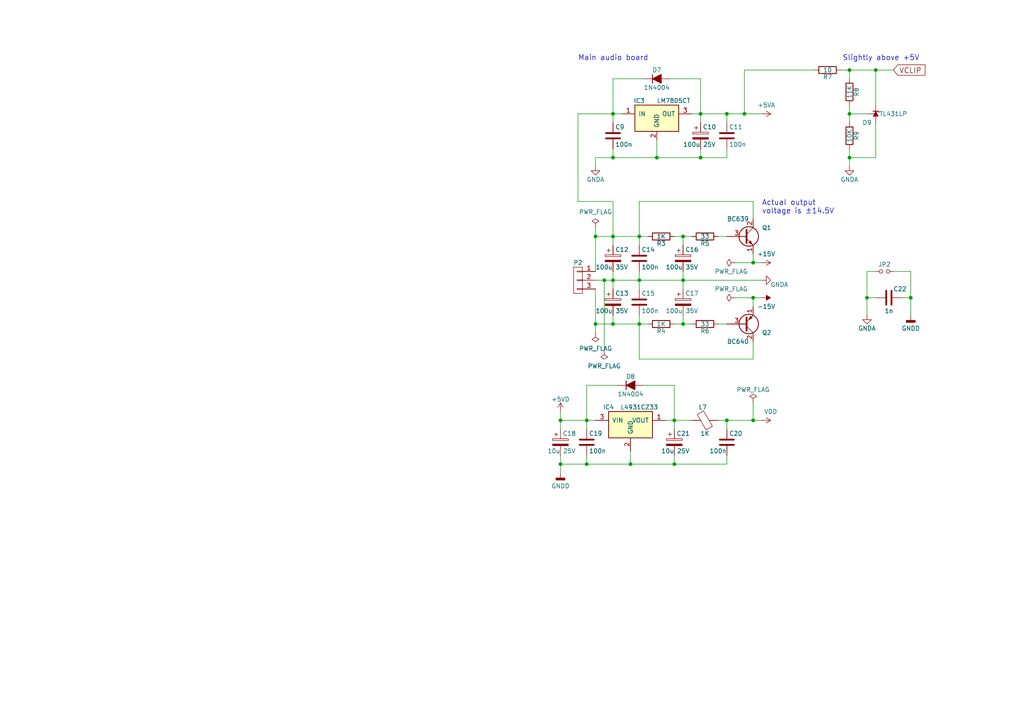
<source format=kicad_sch>
(kicad_sch (version 20211123) (generator eeschema)
  (paper "A4")
  (title_block (title "Pédale Vite v2 — Audio interface") (date "2019-10-28") (company "Laurent DE SORAS"))
  (lib_symbols
    (symbol "Device:C" (pin_numbers hide) (pin_names (offset 0.254))
      (property "Reference" "C" (at 0.635 2.54 0))
      (property "Value" "C" (at 0.635 -2.54 0))
      (symbol "C_0_1"
        (polyline (pts (xy -2.032 -0.762) (xy 2.032 -0.762)) (stroke (width 0.508)))
        (polyline (pts (xy -2.032 0.762) (xy 2.032 0.762)) (stroke (width 0.508)))
      )
      (symbol "C_1_1"
        (pin passive line (at 0 3.81 270) (length 2.794) (name "~") (number "1"))
        (pin passive line (at 0 -3.81 90) (length 2.794) (name "~") (number "2"))
      )
    )
    (symbol "Device:CP" (pin_numbers hide) (pin_names (offset 0.254))
      (property "Reference" "C" (at 0.635 2.54 0))
      (property "Value" "Device_CP" (at 0.635 -2.54 0))
      (symbol "CP_0_1"
        (rectangle (start -2.286 0.508) (end 2.286 1.016))
        (polyline (pts (xy -1.778 2.286) (xy -0.762 2.286)))
        (polyline (pts (xy -1.27 2.794) (xy -1.27 1.778)))
        (rectangle (start 2.286 -0.508) (end -2.286 -1.016) (fill (type outline)))
      )
      (symbol "CP_1_1"
        (pin passive line (at 0 3.81 270) (length 2.794) (name "~") (number "1"))
        (pin passive line (at 0 -3.81 90) (length 2.794) (name "~") (number "2"))
      )
    )
    (symbol "Device:D_ALT" (pin_numbers hide) (pin_names (offset 1.016) hide)
      (property "Reference" "D" (at 0 2.54 0))
      (property "Value" "Device_D_ALT" (at 0 -2.54 0))
      (symbol "D_ALT_0_1"
        (polyline (pts (xy -1.27 1.27) (xy -1.27 -1.27)) (stroke (width 0.254)))
        (polyline (pts (xy 1.27 0) (xy -1.27 0)))
        (polyline (pts (xy 1.27 1.27) (xy 1.27 -1.27) (xy -1.27 0) (xy 1.27 1.27)) (stroke (width 0.254)) (fill (type outline)))
      )
      (symbol "D_ALT_1_1"
        (pin passive line (at -3.81 0 0) (length 2.54) (name "K") (number "1"))
        (pin passive line (at 3.81 0 180) (length 2.54) (name "A") (number "2"))
      )
    )
    (symbol "Device:Ferrite_Bead" (pin_numbers hide) (pin_names (offset 0))
      (property "Reference" "FB" (at -3.81 0.635 90))
      (property "Value" "Device_Ferrite_Bead" (at 3.81 0 90))
      (symbol "Ferrite_Bead_0_1"
        (polyline (pts (xy 0 -1.27) (xy 0 -1.2192)))
        (polyline (pts (xy 0 1.27) (xy 0 1.2954)))
        (polyline (pts (xy -2.7686 0.4064) (xy -1.7018 2.2606) (xy 2.7686 -0.3048) (xy 1.6764 -2.159) (xy -2.7686 0.4064)))
      )
      (symbol "Ferrite_Bead_1_1"
        (pin passive line (at 0 3.81 270) (length 2.54) (name "~") (number "1"))
        (pin passive line (at 0 -3.81 90) (length 2.54) (name "~") (number "2"))
      )
    )
    (symbol "Device:Jumper_NO_Small" (pin_numbers hide) (pin_names (offset 0.762) hide)
      (property "Reference" "JP" (at 0 2.032 0))
      (property "Value" "Device_Jumper_NO_Small" (at 0.254 -1.524 0))
      (symbol "Jumper_NO_Small_0_1"
        (circle (center -1.016 0) (radius 0.508))
        (circle (center 1.016 0) (radius 0.508))
        (pin passive line (at -2.54 0 0) (length 1.016) (name "1") (number "1"))
        (pin passive line (at 2.54 0 180) (length 1.016) (name "2") (number "2"))
      )
    )
    (symbol "Device:Q_NPN_ECB" (pin_names (offset 0) hide)
      (property "Reference" "Q" (at 5.08 1.27 0))
      (property "Value" "Q_NPN_ECB" (at 5.08 -1.27 0))
      (symbol "Q_NPN_ECB_0_1"
        (polyline (pts (xy 0.635 0.635) (xy 2.54 2.54)))
        (polyline (pts (xy 0.635 -0.635) (xy 2.54 -2.54) (xy 2.54 -2.54)))
        (polyline (pts (xy 0.635 1.905) (xy 0.635 -1.905) (xy 0.635 -1.905)) (stroke (width 0.508)))
        (polyline (pts (xy 1.27 -1.778) (xy 1.778 -1.27) (xy 2.286 -2.286) (xy 1.27 -1.778) (xy 1.27 -1.778)) (fill (type outline)))
        (circle (center 1.27 0) (radius 2.8194) (stroke (width 0.254)))
      )
      (symbol "Q_NPN_ECB_1_1"
        (pin passive line (at 2.54 -5.08 90) (length 2.54) (name "E") (number "1"))
        (pin passive line (at 2.54 5.08 270) (length 2.54) (name "C") (number "2"))
        (pin passive line (at -5.08 0 0) (length 5.715) (name "B") (number "3"))
      )
    )
    (symbol "Device:Q_PNP_ECB" (pin_names (offset 0) hide)
      (property "Reference" "Q" (at 5.08 1.27 0))
      (property "Value" "Q_PNP_ECB" (at 5.08 -1.27 0))
      (symbol "Q_PNP_ECB_0_1"
        (polyline (pts (xy 0.635 0.635) (xy 2.54 2.54)))
        (polyline (pts (xy 0.635 -0.635) (xy 2.54 -2.54) (xy 2.54 -2.54)))
        (polyline (pts (xy 0.635 1.905) (xy 0.635 -1.905) (xy 0.635 -1.905)) (stroke (width 0.508)))
        (polyline (pts (xy 2.286 -1.778) (xy 1.778 -2.286) (xy 1.27 -1.27) (xy 2.286 -1.778) (xy 2.286 -1.778)) (fill (type outline)))
        (circle (center 1.27 0) (radius 2.8194) (stroke (width 0.254)))
      )
      (symbol "Q_PNP_ECB_1_1"
        (pin passive line (at 2.54 -5.08 90) (length 2.54) (name "E") (number "1"))
        (pin passive line (at 2.54 5.08 270) (length 2.54) (name "C") (number "2"))
        (pin input line (at -5.08 0 0) (length 5.715) (name "B") (number "3"))
      )
    )
    (symbol "Device:R" (pin_numbers hide) (pin_names (offset 0))
      (property "Reference" "R" (at 2.032 0 90))
      (property "Value" "R" (at 0 0 90))
      (symbol "R_0_1"
        (rectangle (start -1.016 -2.54) (end 1.016 2.54) (stroke (width 0.254)))
      )
      (symbol "R_1_1"
        (pin passive line (at 0 3.81 270) (length 1.27) (name "~") (number "1"))
        (pin passive line (at 0 -3.81 90) (length 1.27) (name "~") (number "2"))
      )
    )
    (symbol "conn:CONN_01X03" (pin_names (offset 1.016) hide)
      (property "Reference" "J" (at 0 5.08 0))
      (property "Value" "conn_CONN_01X03" (at 2.54 0 90))
      (symbol "CONN_01X03_0_1"
        (rectangle (start -1.27 -2.413) (end 0.254 -2.667))
        (rectangle (start -1.27 0.127) (end 0.254 -0.127))
        (rectangle (start -1.27 2.667) (end 0.254 2.413))
        (rectangle (start -1.27 3.81) (end 1.27 -3.81))
      )
      (symbol "CONN_01X03_1_1"
        (pin passive line (at -5.08 2.54 0) (length 3.81) (name "P1") (number "1"))
        (pin passive line (at -5.08 0 0) (length 3.81) (name "P2") (number "2"))
        (pin passive line (at -5.08 -2.54 0) (length 3.81) (name "P3") (number "3"))
      )
    )
    (symbol "pedalevite:L4931CZ33" (pin_names (offset 1.016))
      (property "Reference" "U" (at -6.35 6.35 0))
      (property "Value" "L4931CZ33" (at 2.54 6.35 0))
      (symbol "L4931CZ33_0_1"
        (rectangle (start -6.35 5.08) (end 6.35 -2.54) (stroke (width 0.254)) (fill (type background)))
      )
      (symbol "L4931CZ33_1_1"
        (pin power_out line (at 10.16 2.54 180) (length 3.81) (name "VOUT") (number "1"))
        (pin power_in line (at 0 -6.35 90) (length 3.81) (name "GND") (number "2"))
        (pin power_in line (at -10.16 2.54 0) (length 3.81) (name "VIN") (number "3"))
      )
    )
    (symbol "power:+15V" (power) (pin_names (offset 0))
      (property "Value" "+15V" (at 0 3.556 0))
      (symbol "+15V_0_1"
        (polyline (pts (xy -0.762 1.27) (xy 0 2.54)))
        (polyline (pts (xy 0 0) (xy 0 2.54)))
        (polyline (pts (xy 0 2.54) (xy 0.762 1.27)))
      )
      (symbol "+15V_1_1"
        (pin power_in line (at 0 0 90) (length 0) hide (name "+15V") (number "1"))
      )
    )
    (symbol "power:+5VA" (power) (pin_names (offset 0))
      (property "Value" "+5VA" (at 0 3.556 0))
      (symbol "+5VA_0_1"
        (polyline (pts (xy -0.762 1.27) (xy 0 2.54)))
        (polyline (pts (xy 0 0) (xy 0 2.54)))
        (polyline (pts (xy 0 2.54) (xy 0.762 1.27)))
      )
      (symbol "+5VA_1_1"
        (pin power_in line (at 0 0 90) (length 0) hide (name "+5VA") (number "1"))
      )
    )
    (symbol "power:+5VD" (power) (pin_names (offset 0))
      (property "Value" "+5VD" (at 0 3.556 0))
      (symbol "+5VD_0_1"
        (polyline (pts (xy -0.762 1.27) (xy 0 2.54)))
        (polyline (pts (xy 0 0) (xy 0 2.54)))
        (polyline (pts (xy 0 2.54) (xy 0.762 1.27)))
      )
      (symbol "+5VD_1_1"
        (pin power_in line (at 0 0 90) (length 0) hide (name "+5VD") (number "1"))
      )
    )
    (symbol "power:-15V" (power) (pin_names (offset 0))
      (property "Value" "-15V" (at 0 3.81 0))
      (symbol "-15V_0_0"
        (pin power_in line (at 0 0 90) (length 0) hide (name "-15V") (number "1"))
      )
      (symbol "-15V_0_1"
        (polyline (pts (xy 0 0) (xy 0 1.27) (xy 0.762 1.27) (xy 0 2.54) (xy -0.762 1.27) (xy 0 1.27)) (fill (type outline)))
      )
    )
    (symbol "power:GNDA" (power) (pin_names (offset 0))
      (property "Value" "GNDA" (at 0 -3.81 0))
      (symbol "GNDA_0_1"
        (polyline (pts (xy 0 0) (xy 0 -1.27) (xy 1.27 -1.27) (xy 0 -2.54) (xy -1.27 -1.27) (xy 0 -1.27)))
      )
      (symbol "GNDA_1_1"
        (pin power_in line (at 0 0 270) (length 0) hide (name "GNDA") (number "1"))
      )
    )
    (symbol "power:GNDD" (power) (pin_names (offset 0))
      (property "Value" "GNDD" (at 0 -3.175 0))
      (symbol "GNDD_0_1"
        (rectangle (start -1.27 -1.524) (end 1.27 -2.032) (stroke (width 0.254)) (fill (type outline)))
        (polyline (pts (xy 0 0) (xy 0 -1.524)))
      )
      (symbol "GNDD_1_1"
        (pin power_in line (at 0 0 270) (length 0) hide (name "GNDD") (number "1"))
      )
    )
    (symbol "power:PWR_FLAG" (power) (pin_numbers hide) (pin_names (offset 0) hide)
      (property "Value" "PWR_FLAG" (at 0 3.81 0))
      (symbol "PWR_FLAG_0_0"
        (pin power_out line (at 0 0 90) (length 0) (name "pwr") (number "1"))
      )
      (symbol "PWR_FLAG_0_1"
        (polyline (pts (xy 0 0) (xy 0 1.27) (xy -1.016 1.905) (xy 0 2.54) (xy 1.016 1.905) (xy 0 1.27)))
      )
    )
    (symbol "power:VDD" (power) (pin_names (offset 0))
      (property "Value" "VDD" (at 0 3.81 0))
      (symbol "VDD_0_1"
        (polyline (pts (xy -0.762 1.27) (xy 0 2.54)))
        (polyline (pts (xy 0 0) (xy 0 2.54)))
        (polyline (pts (xy 0 2.54) (xy 0.762 1.27)))
      )
      (symbol "VDD_1_1"
        (pin power_in line (at 0 0 90) (length 0) hide (name "VDD") (number "1"))
      )
    )
    (symbol "references:TL431LP" (pin_numbers hide) (pin_names (offset 1.016) hide)
      (property "Reference" "D" (at -2.54 2.54 0))
      (property "Value" "references_TL431LP" (at 0 -2.54 0))
      (symbol "TL431LP_0_1"
        (polyline (pts (xy -1.27 0) (xy 0 0) (xy 1.27 0)))
        (polyline (pts (xy -0.762 0.762) (xy 0.762 0) (xy -0.762 -0.762)) (fill (type outline)))
        (polyline (pts (xy 0.508 -1.016) (xy 0.762 -0.762) (xy 0.762 0.762) (xy 0.762 0.762)) (stroke (width 0.254)))
      )
      (symbol "TL431LP_1_1"
        (pin passive line (at 0 2.54 270) (length 2.794) (name "REF") (number "1"))
        (pin passive line (at -2.54 0 0) (length 1.27) (name "A") (number "2"))
        (pin passive line (at 2.54 0 180) (length 1.27) (name "K") (number "3"))
      )
    )
    (symbol "regul:LM7805CT" (pin_names (offset 1.016))
      (property "Reference" "U" (at -5.08 5.08 0))
      (property "Value" "regul_LM7805CT" (at 0 5.08 0))
      (symbol "LM7805CT_0_1"
        (rectangle (start -6.35 3.81) (end 6.35 -3.81) (stroke (width 0.254)) (fill (type background)))
      )
      (symbol "LM7805CT_1_1"
        (pin input line (at -10.16 1.27 0) (length 3.81) (name "IN") (number "1"))
        (pin power_in line (at 0 -6.35 90) (length 2.54) (name "GND") (number "2"))
        (pin power_out line (at 10.16 1.27 180) (length 3.81) (name "OUT") (number "3"))
      )
    )
  )
  (junction (at 246.38 45.72))
  (junction (at 218.44 121.92))
  (junction (at 251.46 86.36))
  (junction (at 198.12 68.58))
  (junction (at 203.2 45.72))
  (junction (at 198.12 81.28))
  (junction (at 177.8 33.02))
  (junction (at 190.5 45.72))
  (junction (at 198.12 93.98))
  (junction (at 185.42 93.98))
  (junction (at 170.18 134.62))
  (junction (at 162.56 134.62))
  (junction (at 172.72 68.58))
  (junction (at 215.9 33.02))
  (junction (at 182.88 134.62))
  (junction (at 170.18 121.92))
  (junction (at 162.56 121.92))
  (junction (at 203.2 33.02))
  (junction (at 210.82 121.92))
  (junction (at 177.8 68.58))
  (junction (at 195.58 121.92))
  (junction (at 246.38 33.02))
  (junction (at 218.44 76.2))
  (junction (at 254 20.32))
  (junction (at 177.8 93.98))
  (junction (at 195.58 134.62))
  (junction (at 177.8 81.28))
  (junction (at 185.42 81.28))
  (junction (at 246.38 20.32))
  (junction (at 172.72 93.98))
  (junction (at 177.8 45.72))
  (junction (at 185.42 68.58))
  (junction (at 175.26 81.28))
  (junction (at 210.82 33.02))
  (junction (at 264.16 86.36))
  (junction (at 218.44 86.36))
  (wire (pts (xy 203.2 45.72) (xy 210.82 45.72)))
  (wire (pts (xy 243.84 20.32) (xy 246.38 20.32)))
  (wire (pts (xy 177.8 33.02) (xy 177.8 35.56)))
  (wire (pts (xy 190.5 45.72) (xy 190.5 40.64)))
  (wire (pts (xy 185.42 58.42) (xy 185.42 68.58)))
  (wire (pts (xy 167.64 58.42) (xy 177.8 58.42)))
  (wire (pts (xy 246.38 43.18) (xy 246.38 45.72)))
  (wire (pts (xy 251.46 86.36) (xy 251.46 91.44)))
  (wire (pts (xy 172.72 68.58) (xy 172.72 78.74)))
  (wire (pts (xy 198.12 68.58) (xy 198.12 71.12)))
  (wire (pts (xy 198.12 81.28) (xy 220.98 81.28)))
  (wire (pts (xy 185.42 68.58) (xy 185.42 71.12)))
  (wire (pts (xy 177.8 78.74) (xy 177.8 81.28)))
  (wire (pts (xy 210.82 121.92) (xy 210.82 124.46)))
  (wire (pts (xy 218.44 104.14) (xy 218.44 99.06)))
  (wire (pts (xy 218.44 116.84) (xy 218.44 121.92)))
  (wire (pts (xy 172.72 45.72) (xy 177.8 45.72)))
  (wire (pts (xy 172.72 68.58) (xy 177.8 68.58)))
  (wire (pts (xy 198.12 68.58) (xy 200.66 68.58)))
  (wire (pts (xy 254 20.32) (xy 259.08 20.32)))
  (wire (pts (xy 215.9 20.32) (xy 236.22 20.32)))
  (wire (pts (xy 218.44 76.2) (xy 218.44 73.66)))
  (wire (pts (xy 177.8 81.28) (xy 185.42 81.28)))
  (wire (pts (xy 177.8 33.02) (xy 180.34 33.02)))
  (wire (pts (xy 167.64 33.02) (xy 177.8 33.02)))
  (wire (pts (xy 185.42 58.42) (xy 218.44 58.42)))
  (wire (pts (xy 213.36 76.2) (xy 218.44 76.2)))
  (wire (pts (xy 177.8 93.98) (xy 185.42 93.98)))
  (wire (pts (xy 162.56 132.08) (xy 162.56 134.62)))
  (wire (pts (xy 190.5 45.72) (xy 203.2 45.72)))
  (wire (pts (xy 246.38 33.02) (xy 251.46 33.02)))
  (wire (pts (xy 208.28 93.98) (xy 210.82 93.98)))
  (wire (pts (xy 194.31 22.86) (xy 203.2 22.86)))
  (wire (pts (xy 185.42 91.44) (xy 185.42 93.98)))
  (wire (pts (xy 177.8 68.58) (xy 177.8 71.12)))
  (wire (pts (xy 172.72 93.98) (xy 177.8 93.98)))
  (wire (pts (xy 215.9 33.02) (xy 220.98 33.02)))
  (wire (pts (xy 210.82 134.62) (xy 210.82 132.08)))
  (wire (pts (xy 200.66 33.02) (xy 203.2 33.02)))
  (wire (pts (xy 203.2 22.86) (xy 203.2 33.02)))
  (wire (pts (xy 185.42 81.28) (xy 185.42 83.82)))
  (wire (pts (xy 210.82 33.02) (xy 215.9 33.02)))
  (wire (pts (xy 177.8 45.72) (xy 190.5 45.72)))
  (wire (pts (xy 218.44 121.92) (xy 220.98 121.92)))
  (wire (pts (xy 251.46 86.36) (xy 254 86.36)))
  (wire (pts (xy 170.18 121.92) (xy 170.18 124.46)))
  (wire (pts (xy 203.2 33.02) (xy 203.2 35.56)))
  (wire (pts (xy 182.88 134.62) (xy 195.58 134.62)))
  (wire (pts (xy 195.58 68.58) (xy 198.12 68.58)))
  (wire (pts (xy 264.16 78.74) (xy 264.16 86.36)))
  (wire (pts (xy 254 35.56) (xy 254 45.72)))
  (wire (pts (xy 172.72 93.98) (xy 172.72 96.52)))
  (wire (pts (xy 246.38 33.02) (xy 246.38 35.56)))
  (wire (pts (xy 259.08 78.74) (xy 264.16 78.74)))
  (wire (pts (xy 162.56 134.62) (xy 170.18 134.62)))
  (wire (pts (xy 254 45.72) (xy 246.38 45.72)))
  (wire (pts (xy 172.72 66.04) (xy 172.72 68.58)))
  (wire (pts (xy 195.58 134.62) (xy 195.58 132.08)))
  (wire (pts (xy 218.44 88.9) (xy 218.44 86.36)))
  (wire (pts (xy 198.12 93.98) (xy 200.66 93.98)))
  (wire (pts (xy 251.46 78.74) (xy 251.46 86.36)))
  (wire (pts (xy 170.18 134.62) (xy 170.18 132.08)))
  (wire (pts (xy 172.72 83.82) (xy 172.72 93.98)))
  (wire (pts (xy 177.8 22.86) (xy 177.8 33.02)))
  (wire (pts (xy 177.8 91.44) (xy 177.8 93.98)))
  (wire (pts (xy 246.38 30.48) (xy 246.38 33.02)))
  (wire (pts (xy 254 20.32) (xy 254 30.48)))
  (wire (pts (xy 246.38 20.32) (xy 254 20.32)))
  (wire (pts (xy 208.28 68.58) (xy 210.82 68.58)))
  (wire (pts (xy 177.8 68.58) (xy 185.42 68.58)))
  (wire (pts (xy 218.44 58.42) (xy 218.44 63.5)))
  (wire (pts (xy 185.42 68.58) (xy 187.96 68.58)))
  (wire (pts (xy 195.58 111.76) (xy 195.58 121.92)))
  (wire (pts (xy 175.26 81.28) (xy 177.8 81.28)))
  (wire (pts (xy 185.42 93.98) (xy 185.42 104.14)))
  (wire (pts (xy 193.04 121.92) (xy 195.58 121.92)))
  (wire (pts (xy 162.56 121.92) (xy 170.18 121.92)))
  (wire (pts (xy 218.44 76.2) (xy 220.98 76.2)))
  (wire (pts (xy 175.26 101.6) (xy 175.26 81.28)))
  (wire (pts (xy 210.82 121.92) (xy 218.44 121.92)))
  (wire (pts (xy 203.2 45.72) (xy 203.2 43.18)))
  (wire (pts (xy 198.12 78.74) (xy 198.12 81.28)))
  (wire (pts (xy 195.58 93.98) (xy 198.12 93.98)))
  (wire (pts (xy 185.42 93.98) (xy 187.96 93.98)))
  (wire (pts (xy 246.38 20.32) (xy 246.38 22.86)))
  (wire (pts (xy 162.56 121.92) (xy 162.56 124.46)))
  (wire (pts (xy 203.2 33.02) (xy 210.82 33.02)))
  (wire (pts (xy 170.18 111.76) (xy 179.07 111.76)))
  (wire (pts (xy 213.36 86.36) (xy 218.44 86.36)))
  (wire (pts (xy 218.44 86.36) (xy 220.98 86.36)))
  (wire (pts (xy 186.69 111.76) (xy 195.58 111.76)))
  (wire (pts (xy 195.58 134.62) (xy 210.82 134.62)))
  (wire (pts (xy 170.18 111.76) (xy 170.18 121.92)))
  (wire (pts (xy 246.38 45.72) (xy 246.38 48.26)))
  (wire (pts (xy 170.18 134.62) (xy 182.88 134.62)))
  (wire (pts (xy 261.62 86.36) (xy 264.16 86.36)))
  (wire (pts (xy 210.82 45.72) (xy 210.82 43.18)))
  (wire (pts (xy 162.56 119.38) (xy 162.56 121.92)))
  (wire (pts (xy 167.64 33.02) (xy 167.64 58.42)))
  (wire (pts (xy 198.12 93.98) (xy 198.12 91.44)))
  (wire (pts (xy 177.8 81.28) (xy 177.8 83.82)))
  (wire (pts (xy 195.58 121.92) (xy 200.66 121.92)))
  (wire (pts (xy 210.82 33.02) (xy 210.82 35.56)))
  (wire (pts (xy 185.42 104.14) (xy 218.44 104.14)))
  (wire (pts (xy 177.8 43.18) (xy 177.8 45.72)))
  (wire (pts (xy 172.72 48.26) (xy 172.72 45.72)))
  (wire (pts (xy 185.42 78.74) (xy 185.42 81.28)))
  (wire (pts (xy 177.8 58.42) (xy 177.8 68.58)))
  (wire (pts (xy 264.16 86.36) (xy 264.16 91.44)))
  (wire (pts (xy 215.9 33.02) (xy 215.9 20.32)))
  (wire (pts (xy 182.88 134.62) (xy 182.88 130.81)))
  (wire (pts (xy 195.58 121.92) (xy 195.58 124.46)))
  (wire (pts (xy 162.56 134.62) (xy 162.56 137.16)))
  (wire (pts (xy 185.42 81.28) (xy 198.12 81.28)))
  (wire (pts (xy 170.18 121.92) (xy 172.72 121.92)))
  (wire (pts (xy 208.28 121.92) (xy 210.82 121.92)))
  (wire (pts (xy 198.12 81.28) (xy 198.12 83.82)))
  (wire (pts (xy 251.46 78.74) (xy 254 78.74)))
  (wire (pts (xy 177.8 22.86) (xy 186.69 22.86)))
  (wire (pts (xy 172.72 81.28) (xy 175.26 81.28)))
  (text "Main audio board" (at 167.64 17.78 0) (effects (font (size 1.524 1.524)) (justify left bottom)))
  (text "Actual output\nvoltage is ±14.5V" (at 220.98 62.23 0) (effects (font (size 1.524 1.524)) (justify left bottom)))
  (text "Slightly above +5V" (at 266.7 17.78 180) (effects (font (size 1.524 1.524)) (justify right bottom)))
  (global_label "VCLIP" (shape input) (at 259.08 20.32 0) (effects (font (size 1.524 1.524))) (property "Intersheet References" "${INTERSHEET_REFS}" (effects hide)))
  (symbol (lib_id "power:GNDA") (at 220.98 81.28 90) (unit 1)
    (property "Reference" "#PWR02" (effects hide))
    (property "Value" "GNDA" (at 226.06 82.55 90))
  )
  (symbol (lib_id "power:+15V") (at 220.98 76.2 270) (unit 1)
    (property "Reference" "#PWR03" (effects hide))
    (property "Value" "+15V" (at 222.25 73.66 90))
  )
  (symbol (lib_id "power:-15V") (at 220.98 86.36 270) (unit 1)
    (property "Reference" "#PWR07" (effects hide))
    (property "Value" "-15V" (at 222.25 88.9 90))
  )
  (symbol (lib_id "regul:LM7805CT") (at 190.5 34.29 0) (unit 1)
    (property "Reference" "IC3" (at 185.42 29.21 0))
    (property "Value" "LM7805CT" (at 190.5 29.21 0) (effects (justify left)))
    (property "Footprint" "TO_SOT_Packages_THT:TO-220_Vertical" (effects hide))
  )
  (symbol (lib_id "Device:D_ALT") (at 190.5 22.86 0) (unit 1)
    (property "Reference" "D7" (at 190.5 20.32 0))
    (property "Value" "1N4004" (at 190.5 25.4 0))
    (property "Footprint" "Diodes_THT:D_DO-41_SOD81_P7.62mm_Horizontal" (effects hide))
  )
  (symbol (lib_id "Device:C") (at 177.8 39.37 0) (unit 1)
    (property "Reference" "C9" (at 178.435 36.83 0) (effects (justify left)))
    (property "Value" "100n" (at 178.435 41.91 0) (effects (justify left)))
    (property "Footprint" "Capacitors_THT:C_Disc_D3.4mm_W2.1mm_P2.50mm" (effects hide))
  )
  (symbol (lib_id "Device:C") (at 210.82 39.37 0) (unit 1)
    (property "Reference" "C11" (at 211.455 36.83 0) (effects (justify left)))
    (property "Value" "100n" (at 211.455 41.91 0) (effects (justify left)))
    (property "Footprint" "Capacitors_THT:C_Disc_D3.4mm_W2.1mm_P2.50mm" (effects hide))
  )
  (symbol (lib_id "Device:CP") (at 203.2 39.37 0) (unit 1)
    (property "Reference" "C10" (at 203.835 36.83 0) (effects (justify left)))
    (property "Value" "100u 25V" (at 198.12 41.91 0) (effects (justify left)))
    (property "Footprint" "Capacitors_THT:CP_Radial_D6.3mm_P2.50mm" (effects hide))
  )
  (symbol (lib_id "power:+5VA") (at 220.98 33.02 270) (unit 1)
    (property "Reference" "#PWR04" (effects hide))
    (property "Value" "+5VA" (at 222.25 30.48 90))
  )
  (symbol (lib_id "power:GNDA") (at 172.72 48.26 0) (unit 1)
    (property "Reference" "#PWR05" (effects hide))
    (property "Value" "GNDA" (at 172.72 52.07 0))
  )
  (symbol (lib_id "pedalevite:L4931CZ33") (at 182.88 124.46 0) (unit 1)
    (property "Reference" "IC4" (at 176.53 118.11 0))
    (property "Value" "L4931CZ33" (at 185.42 118.11 0))
    (property "Footprint" "TO_SOT_Packages_THT:TO-92_Inline_Wide" (effects hide))
  )
  (symbol (lib_id "Device:C") (at 170.18 128.27 0) (unit 1)
    (property "Reference" "C19" (at 170.815 125.73 0) (effects (justify left)))
    (property "Value" "100n" (at 170.815 130.81 0) (effects (justify left)))
    (property "Footprint" "Capacitors_THT:C_Disc_D3.4mm_W2.1mm_P2.50mm" (effects hide))
  )
  (symbol (lib_id "Device:CP") (at 162.56 128.27 0) (unit 1)
    (property "Reference" "C18" (at 163.195 125.73 0) (effects (justify left)))
    (property "Value" "10u 25V" (at 158.75 130.81 0) (effects (justify left)))
    (property "Footprint" "Capacitors_THT:CP_Radial_D5.0mm_P2.00mm" (effects hide))
  )
  (symbol (lib_id "Device:C") (at 210.82 128.27 0) (unit 1)
    (property "Reference" "C20" (at 211.455 125.73 0) (effects (justify left)))
    (property "Value" "100n" (at 205.74 130.81 0) (effects (justify left)))
    (property "Footprint" "Capacitors_THT:C_Disc_D3.4mm_W2.1mm_P2.50mm" (effects hide))
  )
  (symbol (lib_id "Device:CP") (at 195.58 128.27 0) (unit 1)
    (property "Reference" "C21" (at 196.215 125.73 0) (effects (justify left)))
    (property "Value" "10u 25V" (at 191.77 130.81 0) (effects (justify left)))
    (property "Footprint" "Capacitors_THT:CP_Radial_D5.0mm_P2.00mm" (effects hide))
  )
  (symbol (lib_id "power:VDD") (at 220.98 121.92 270) (unit 1)
    (property "Reference" "#PWR06" (effects hide))
    (property "Value" "VDD" (at 223.52 119.38 90))
  )
  (symbol (lib_id "power:GNDD") (at 162.56 137.16 0) (unit 1)
    (property "Reference" "#PWR0113" (effects hide))
    (property "Value" "GNDD" (at 162.56 140.97 0))
  )
  (symbol (lib_id "Device:D_ALT") (at 182.88 111.76 0) (unit 1)
    (property "Reference" "D8" (at 182.88 109.22 0))
    (property "Value" "1N4004" (at 182.88 114.3 0))
    (property "Footprint" "Diodes_THT:D_DO-41_SOD81_P7.62mm_Horizontal" (effects hide))
  )
  (symbol (lib_id "Device:C") (at 185.42 74.93 0) (unit 1)
    (property "Reference" "C14" (at 186.055 72.39 0) (effects (justify left)))
    (property "Value" "100n" (at 186.055 77.47 0) (effects (justify left)))
    (property "Footprint" "Capacitors_THT:C_Disc_D3.4mm_W2.1mm_P2.50mm" (effects hide))
  )
  (symbol (lib_id "Device:CP") (at 177.8 74.93 0) (unit 1)
    (property "Reference" "C12" (at 178.435 72.39 0) (effects (justify left)))
    (property "Value" "100u 35V" (at 172.72 77.47 0) (effects (justify left)))
    (property "Footprint" "Capacitors_THT:CP_Radial_D8.0mm_P3.50mm" (effects hide))
  )
  (symbol (lib_id "Device:C") (at 185.42 87.63 0) (unit 1)
    (property "Reference" "C15" (at 186.055 85.09 0) (effects (justify left)))
    (property "Value" "100n" (at 186.055 90.17 0) (effects (justify left)))
    (property "Footprint" "Capacitors_THT:C_Disc_D3.4mm_W2.1mm_P2.50mm" (effects hide))
  )
  (symbol (lib_id "Device:CP") (at 177.8 87.63 0) (unit 1)
    (property "Reference" "C13" (at 178.435 85.09 0) (effects (justify left)))
    (property "Value" "100u 35V" (at 172.72 90.17 0) (effects (justify left)))
    (property "Footprint" "Capacitors_THT:CP_Radial_D8.0mm_P3.50mm" (effects hide))
  )
  (symbol (lib_id "Device:CP") (at 198.12 74.93 0) (unit 1)
    (property "Reference" "C16" (at 198.755 72.39 0) (effects (justify left)))
    (property "Value" "100u 35V" (at 193.04 77.47 0) (effects (justify left)))
    (property "Footprint" "Capacitors_THT:CP_Radial_D8.0mm_P3.50mm" (effects hide))
  )
  (symbol (lib_id "Device:R") (at 191.77 68.58 270) (unit 1)
    (property "Reference" "R3" (at 191.77 70.612 90))
    (property "Value" "1K" (at 191.77 68.58 90))
    (property "Footprint" "Resistors_THT:R_Axial_DIN0207_L6.3mm_D2.5mm_P7.62mm_Horizontal" (effects hide))
  )
  (symbol (lib_id "Device:R") (at 204.47 68.58 270) (unit 1)
    (property "Reference" "R5" (at 204.47 70.612 90))
    (property "Value" "33" (at 204.47 68.58 90))
    (property "Footprint" "Resistors_THT:R_Axial_DIN0207_L6.3mm_D2.5mm_P7.62mm_Horizontal" (effects hide))
  )
  (symbol (lib_id "Device:Q_NPN_ECB") (at 215.9 68.58 0) (unit 1)
    (property "Reference" "Q1" (at 220.98 66.04 0) (effects (justify left)))
    (property "Value" "BC639" (at 210.82 63.5 0) (effects (justify left)))
    (property "Footprint" "TO_SOT_Packages_THT:TO-92_Inline_Wide" (effects hide))
  )
  (symbol (lib_id "Device:Q_PNP_ECB") (at 215.9 93.98 0) (mirror x) (unit 1)
    (property "Reference" "Q2" (at 220.98 96.52 0) (effects (justify left)))
    (property "Value" "BC640" (at 210.82 99.06 0) (effects (justify left)))
    (property "Footprint" "TO_SOT_Packages_THT:TO-92_Inline_Wide" (effects hide))
  )
  (symbol (lib_id "Device:CP") (at 198.12 87.63 0) (unit 1)
    (property "Reference" "C17" (at 198.755 85.09 0) (effects (justify left)))
    (property "Value" "100u 35V" (at 193.04 90.17 0) (effects (justify left)))
    (property "Footprint" "Capacitors_THT:CP_Radial_D8.0mm_P3.50mm" (effects hide))
  )
  (symbol (lib_id "Device:R") (at 191.77 93.98 270) (unit 1)
    (property "Reference" "R4" (at 191.77 96.012 90))
    (property "Value" "1K" (at 191.77 93.98 90))
    (property "Footprint" "Resistors_THT:R_Axial_DIN0207_L6.3mm_D2.5mm_P7.62mm_Horizontal" (effects hide))
  )
  (symbol (lib_id "Device:R") (at 204.47 93.98 270) (unit 1)
    (property "Reference" "R6" (at 204.47 96.012 90))
    (property "Value" "33" (at 204.47 93.98 90))
    (property "Footprint" "Resistors_THT:R_Axial_DIN0207_L6.3mm_D2.5mm_P7.62mm_Horizontal" (effects hide))
  )
  (symbol (lib_id "conn:CONN_01X03") (at 167.64 81.28 0) (mirror y) (unit 1)
    (property "Reference" "P2" (at 167.64 76.2 0))
    (property "Value" "CONN_01X03" (effects hide))
    (property "Footprint" "Connectors_Molex:Molex_KK-6410-03_03x2.54mm_Straight" (effects hide))
  )
  (symbol (lib_id "power:+5VD") (at 162.56 119.38 0) (unit 1)
    (property "Reference" "#PWR08" (effects hide))
    (property "Value" "+5VD" (at 162.56 115.824 0))
  )
  (symbol (lib_id "power:PWR_FLAG") (at 172.72 96.52 0) (mirror x) (unit 1)
    (property "Reference" "#FLG09" (effects hide))
    (property "Value" "PWR_FLAG" (at 172.72 101.092 0))
  )
  (symbol (lib_id "power:PWR_FLAG") (at 172.72 66.04 0) (unit 1)
    (property "Reference" "#FLG010" (effects hide))
    (property "Value" "PWR_FLAG" (at 172.72 61.468 0))
  )
  (symbol (lib_id "power:PWR_FLAG") (at 175.26 101.6 0) (mirror x) (unit 1)
    (property "Reference" "#FLG011" (effects hide))
    (property "Value" "PWR_FLAG" (at 175.26 106.172 0))
  )
  (symbol (lib_id "power:GNDD") (at 264.16 91.44 0) (unit 1)
    (property "Reference" "#PWR012" (effects hide))
    (property "Value" "GNDD" (at 264.16 95.25 0))
  )
  (symbol (lib_id "power:GNDA") (at 251.46 91.44 0) (unit 1)
    (property "Reference" "#PWR013" (effects hide))
    (property "Value" "GNDA" (at 251.46 95.25 0))
  )
  (symbol (lib_id "Device:C") (at 257.81 86.36 270) (unit 1)
    (property "Reference" "C22" (at 259.08 83.82 90) (effects (justify left)))
    (property "Value" "1n" (at 256.54 90.17 90) (effects (justify left)))
    (property "Footprint" "Capacitors_THT:C_Disc_D3.4mm_W2.1mm_P2.50mm" (effects hide))
  )
  (symbol (lib_id "power:PWR_FLAG") (at 213.36 76.2 90) (unit 1)
    (property "Reference" "#FLG014" (effects hide))
    (property "Value" "PWR_FLAG" (at 212.09 78.74 90))
  )
  (symbol (lib_id "power:PWR_FLAG") (at 213.36 86.36 90) (unit 1)
    (property "Reference" "#FLG015" (effects hide))
    (property "Value" "PWR_FLAG" (at 212.09 83.82 90))
  )
  (symbol (lib_id "Device:Jumper_NO_Small") (at 256.54 78.74 0) (unit 1)
    (property "Reference" "JP2" (at 256.54 76.708 0))
    (property "Value" "Jumper_NO_Small" (effects hide))
    (property "Footprint" "Pin_Headers:Pin_Header_Straight_1x02_Pitch2.54mm" (effects hide))
  )
  (symbol (lib_id "Device:Ferrite_Bead") (at 204.47 121.92 90) (mirror x) (unit 1)
    (property "Reference" "L7" (at 203.835 118.11 90))
    (property "Value" "1K" (at 204.47 125.73 90))
    (property "Footprint" "Capacitors_THT:CP_Radial_Tantal_D6.0mm_P5.00mm" (effects hide))
  )
  (symbol (lib_id "power:PWR_FLAG") (at 218.44 116.84 0) (unit 1)
    (property "Reference" "#FLG016" (effects hide))
    (property "Value" "PWR_FLAG" (at 218.44 113.03 0))
  )
  (symbol (lib_id "references:TL431LP") (at 254 33.02 90) (unit 1)
    (property "Reference" "D9" (at 251.46 35.56 90))
    (property "Value" "TL431LP" (at 259.08 33.02 90))
    (property "Footprint" "TO_SOT_Packages_THT:TO-92_Inline_Wide" (effects hide))
  )
  (symbol (lib_id "Device:R") (at 246.38 26.67 0) (unit 1)
    (property "Reference" "R8" (at 248.412 26.67 90))
    (property "Value" "11K" (at 246.38 26.67 90))
    (property "Footprint" "Resistors_THT:R_Axial_DIN0207_L6.3mm_D2.5mm_P7.62mm_Horizontal" (effects hide))
  )
  (symbol (lib_id "Device:R") (at 246.38 39.37 0) (unit 1)
    (property "Reference" "R9" (at 248.412 39.37 90))
    (property "Value" "10K" (at 246.38 39.37 90))
    (property "Footprint" "Resistors_THT:R_Axial_DIN0207_L6.3mm_D2.5mm_P7.62mm_Horizontal" (effects hide))
  )
  (symbol (lib_id "Device:R") (at 240.03 20.32 270) (unit 1)
    (property "Reference" "R7" (at 240.03 22.352 90))
    (property "Value" "10" (at 240.03 20.32 90))
    (property "Footprint" "Resistors_THT:R_Axial_DIN0207_L6.3mm_D2.5mm_P7.62mm_Horizontal" (effects hide))
  )
  (symbol (lib_id "power:GNDA") (at 246.38 48.26 0) (unit 1)
    (property "Reference" "#PWR017" (effects hide))
    (property "Value" "GNDA" (at 246.38 52.07 0))
  )
)
</source>
